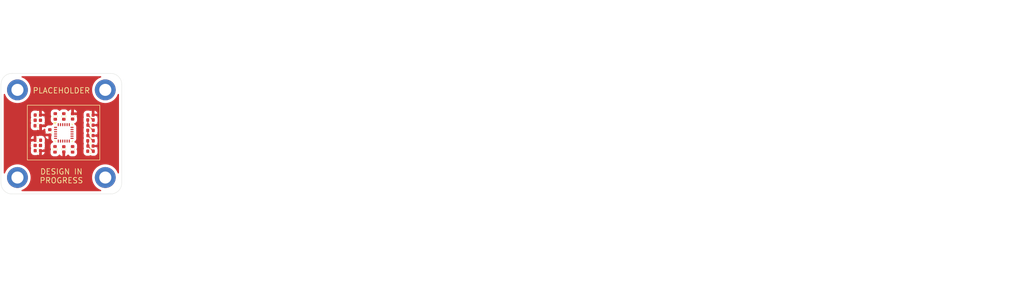
<source format=kicad_pcb>
(kicad_pcb (version 20241229) (generator "pcbnew") (generator_version "9.0")
  (layers (0 "F.Cu" signal) (4 "In1.Cu" signal) (6 "In2.Cu" signal) (2 "B.Cu" signal) (13 "F.Paste" user) (15 "B.Paste" user) (5 "F.SilkS" user "F.Silkscreen") (7 "B.SilkS" user "B.Silkscreen") (1 "F.Mask" user) (3 "B.Mask" user) (25 "Edge.Cuts" user))
  (net 0 "")
  (net 1 "LowPassFilter.STAGE3_OUT")
  (net 2 "gnd_GND")
  (net 3 "Imu.MPU9250.CS_PULLUP")
  (net 4 "PowerLed.L")
  (net 5 "Imu.LED.L")
  (net 6 "Imu.MPU9250.REGOUT")
  (net 7 "Imu.NC")
  (net 8 "Imu.NC_2")
  (net 9 "Imu.NC_3")
  (net 10 "LowPassFilter.STAGE1_OUT")
  (net 11 "SENSOR_OUT")
  (net 12 "i2c_SDA")
  (net 13 "MCU_IN")
  (net 14 "vcc_VCC")
  (net 15 "i2c_SCL")
  (net 16 "LowPassFilter.STAGE2_OUT")
  (net 17 "M0.P1")
  (net 18 "M1.P1")
  (net 19 "M2.P1")
  (net 20 "M3.P1")
  (footprint "MountingHole_2.2mm_M2_DIN965_Pad_TopBottom:MountingHole_2.2mm_M2_DIN965_Pad_TopBottom" (layer "F.Cu") (at 97.393 95.07)
    (property "Reference" "H4" (hide yes))
    (property "Value" "M2 DIN965 TopBottom" (hide yes))
    (pad "1" thru_hole circle (at 0 0) (size 2.6 2.6) (drill 2.2) (layers "*.Cu" "*.Mask") (net 20 "M3.P1"))
    (pad "1" connect circle (at 0 0) (size 3.8 3.8) (layers "F.Cu" "F.Mask") (net 20 "M3.P1"))
    (pad "1" connect circle (at 0 0) (size 3.8 3.8) (layers "B.Cu" "B.Mask") (net 20 "M3.P1"))
  )
  (footprint "C_0402_1005Metric:C_0402_1005Metric" (layer "F.Cu") (at 91.435499 99.920001 90)
    (property "Reference" "C3" (hide yes))
    (property "Value" "100nF" (hide yes))
    (fp_line (start -0.107836 -0.36) (end 0.107836 -0.36) (stroke (width 0.12)) (layer "F.SilkS"))
    (fp_line (start -0.107836 0.36) (end 0.107836 0.36) (stroke (width 0.12)) (layer "F.SilkS"))
    (pad "1" smd roundrect (at -0.48 0 90) (size 0.56 0.62) (layers "F.Cu" "F.Mask" "F.Paste") (net 14 "vcc_VCC"))
    (pad "2" smd roundrect (at 0.48 0 90) (size 0.56 0.62) (layers "F.Cu" "F.Mask" "F.Paste") (net 2 "gnd_GND"))
  )
  (footprint "C_0402_1005Metric:C_0402_1005Metric" (layer "F.Cu") (at 94.702999 103.420001)
    (property "Reference" "C6" (hide yes))
    (property "Value" "10nF" (hide yes))
    (fp_line (start -0.107836 -0.36) (end 0.107836 -0.36) (stroke (width 0.12)) (layer "F.SilkS"))
    (fp_line (start -0.107836 0.36) (end 0.107836 0.36) (stroke (width 0.12)) (layer "F.SilkS"))
    (pad "1" smd roundrect (at -0.48 0) (size 0.56 0.62) (layers "F.Cu" "F.Mask" "F.Paste") (net 16 "LowPassFilter.STAGE2_OUT"))
    (pad "2" smd roundrect (at 0.48 0) (size 0.56 0.62) (layers "F.Cu" "F.Mask" "F.Paste") (net 2 "gnd_GND"))
  )
  (footprint "LED_0402_1005Metric:LED_0402_1005Metric" (layer "F.Cu") (at 85.102999 100.620001)
    (property "Reference" "D1" (hide yes))
    (property "Value" "LED GREEN" (hide yes))
    (fp_circle (center -1.09 0) (end -1.04 0) (stroke (width 0.1)) (fill no) (layer "F.SilkS"))
    (pad "1" smd roundrect (at -0.485 0) (size 0.59 0.64) (layers "F.Cu" "F.Mask" "F.Paste") (net 5 "Imu.LED.L"))
    (pad "2" smd roundrect (at 0.485 0) (size 0.59 0.64) (layers "F.Cu" "F.Mask" "F.Paste") (net 14 "vcc_VCC"))
  )
  (footprint "C_0402_1005Metric:C_0402_1005Metric" (layer "F.Cu") (at 94.702999 101.520001)
    (property "Reference" "C7" (hide yes))
    (property "Value" "10nF" (hide yes))
    (fp_line (start -0.107836 -0.36) (end 0.107836 -0.36) (stroke (width 0.12)) (layer "F.SilkS"))
    (fp_line (start -0.107836 0.36) (end 0.107836 0.36) (stroke (width 0.12)) (layer "F.SilkS"))
    (pad "1" smd roundrect (at -0.48 0) (size 0.56 0.62) (layers "F.Cu" "F.Mask" "F.Paste") (net 1 "LowPassFilter.STAGE3_OUT"))
    (pad "2" smd roundrect (at 0.48 0) (size 0.56 0.62) (layers "F.Cu" "F.Mask" "F.Paste") (net 2 "gnd_GND"))
  )
  (footprint "C_0402_1005Metric:C_0402_1005Metric" (layer "F.Cu") (at 87.285499 102.820001 -90)
    (property "Reference" "C4" (hide yes))
    (property "Value" "10nF" (hide yes))
    (fp_line (start -0.107836 0.36) (end 0.107836 0.36) (stroke (width 0.12)) (layer "F.SilkS"))
    (fp_line (start -0.107836 -0.36) (end 0.107836 -0.36) (stroke (width 0.12)) (layer "F.SilkS"))
    (pad "1" smd roundrect (at -0.48 0 270) (size 0.56 0.62) (layers "F.Cu" "F.Mask" "F.Paste") (net 14 "vcc_VCC"))
    (pad "2" smd roundrect (at 0.48 0 270) (size 0.56 0.62) (layers "F.Cu" "F.Mask" "F.Paste") (net 2 "gnd_GND"))
  )
  (footprint "C_0402_1005Metric:C_0402_1005Metric" (layer "F.Cu") (at 89.835499 105.920001 -90)
    (property "Reference" "C2" (hide yes))
    (property "Value" "100nF" (hide yes))
    (fp_line (start -0.107836 0.36) (end 0.107836 0.36) (stroke (width 0.12)) (layer "F.SilkS"))
    (fp_line (start -0.107836 -0.36) (end 0.107836 -0.36) (stroke (width 0.12)) (layer "F.SilkS"))
    (pad "1" smd roundrect (at -0.48 0 270) (size 0.56 0.62) (layers "F.Cu" "F.Mask" "F.Paste") (net 6 "Imu.MPU9250.REGOUT"))
    (pad "2" smd roundrect (at 0.48 0 270) (size 0.56 0.62) (layers "F.Cu" "F.Mask" "F.Paste") (net 2 "gnd_GND"))
  )
  (footprint "R_0402_1005Metric:R_0402_1005Metric" (layer "F.Cu") (at 85.102999 101.620001)
    (property "Reference" "R1" (hide yes))
    (property "Value" "1k" (hide yes))
    (fp_line (start -0.153641 -0.38) (end 0.153641 -0.38) (stroke (width 0.12)) (layer "F.SilkS"))
    (fp_line (start -0.153641 0.38) (end 0.153641 0.38) (stroke (width 0.12)) (layer "F.SilkS"))
    (pad "1" smd roundrect (at -0.51 0) (size 0.54 0.64) (layers "F.Cu" "F.Mask" "F.Paste") (net 5 "Imu.LED.L"))
    (pad "2" smd roundrect (at 0.51 0) (size 0.54 0.64) (layers "F.Cu" "F.Mask" "F.Paste") (net 2 "gnd_GND"))
  )
  (footprint "MountingHole_2.2mm_M2_DIN965_Pad_TopBottom:MountingHole_2.2mm_M2_DIN965_Pad_TopBottom" (layer "F.Cu") (at 81.393 111.07)
    (property "Reference" "H1" (hide yes))
    (property "Value" "M2 DIN965 TopBottom" (hide yes))
    (pad "1" thru_hole circle (at 0 0) (size 2.6 2.6) (drill 2.2) (layers "*.Cu" "*.Mask") (net 17 "M0.P1"))
    (pad "1" connect circle (at 0 0) (size 3.8 3.8) (layers "F.Cu" "F.Mask") (net 17 "M0.P1"))
    (pad "1" connect circle (at 0 0) (size 3.8 3.8) (layers "B.Cu" "B.Mask") (net 17 "M0.P1"))
  )
  (footprint "R_0402_1005Metric:R_0402_1005Metric" (layer "F.Cu") (at 85.102999 104.270001 180)
    (property "Reference" "R10" (hide yes))
    (property "Value" "1k" (hide yes))
    (fp_line (start -0.153641 0.38) (end 0.153641 0.38) (stroke (width 0.12)) (layer "F.SilkS"))
    (fp_line (start -0.153641 -0.38) (end 0.153641 -0.38) (stroke (width 0.12)) (layer "F.SilkS"))
    (pad "1" smd roundrect (at -0.509999 0 180) (size 0.54 0.64) (layers "F.Cu" "F.Mask" "F.Paste") (net 4 "PowerLed.L"))
    (pad "2" smd roundrect (at 0.509999 0 180) (size 0.54 0.64) (layers "F.Cu" "F.Mask" "F.Paste") (net 2 "gnd_GND"))
  )
  (footprint "R_0402_1005Metric:R_0402_1005Metric" (layer "F.Cu") (at 94.702999 104.37)
    (property "Reference" "R7" (hide yes))
    (property "Value" "820" (hide yes))
    (fp_line (start -0.153641 -0.38) (end 0.153641 -0.38) (stroke (width 0.12)) (layer "F.SilkS"))
    (fp_line (start -0.153641 0.38) (end 0.153641 0.38) (stroke (width 0.12)) (layer "F.SilkS"))
    (pad "1" smd roundrect (at -0.509999 0) (size 0.54 0.64) (layers "F.Cu" "F.Mask" "F.Paste") (net 10 "LowPassFilter.STAGE1_OUT"))
    (pad "2" smd roundrect (at 0.509999 0) (size 0.54 0.64) (layers "F.Cu" "F.Mask" "F.Paste") (net 16 "LowPassFilter.STAGE2_OUT"))
  )
  (footprint "C_0402_1005Metric:C_0402_1005Metric" (layer "F.Cu") (at 85.102999 99.670001)
    (property "Reference" "C1" (hide yes))
    (property "Value" "100nF" (hide yes))
    (fp_line (start -0.107836 -0.36) (end 0.107836 -0.36) (stroke (width 0.12)) (layer "F.SilkS"))
    (fp_line (start -0.107836 0.36) (end 0.107836 0.36) (stroke (width 0.12)) (layer "F.SilkS"))
    (pad "1" smd roundrect (at -0.48 0) (size 0.56 0.62) (layers "F.Cu" "F.Mask" "F.Paste") (net 14 "vcc_VCC"))
    (pad "2" smd roundrect (at 0.48 0) (size 0.56 0.62) (layers "F.Cu" "F.Mask" "F.Paste") (net 2 "gnd_GND"))
  )
  (footprint "R_0402_1005Metric:R_0402_1005Metric" (layer "F.Cu") (at 94.702999 100.57)
    (property "Reference" "R9" (hide yes))
    (property "Value" "820" (hide yes))
    (fp_line (start -0.153641 -0.38) (end 0.153641 -0.38) (stroke (width 0.12)) (layer "F.SilkS"))
    (fp_line (start -0.153641 0.38) (end 0.153641 0.38) (stroke (width 0.12)) (layer "F.SilkS"))
    (pad "1" smd roundrect (at -0.509999 0) (size 0.54 0.64) (layers "F.Cu" "F.Mask" "F.Paste") (net 1 "LowPassFilter.STAGE3_OUT"))
    (pad "2" smd roundrect (at 0.509999 0) (size 0.54 0.64) (layers "F.Cu" "F.Mask" "F.Paste") (net 13 "MCU_IN"))
  )
  (footprint "MountingHole_2.2mm_M2_DIN965_Pad_TopBottom:MountingHole_2.2mm_M2_DIN965_Pad_TopBottom" (layer "F.Cu") (at 97.393 111.07)
    (property "Reference" "H3" (hide yes))
    (property "Value" "M2 DIN965 TopBottom" (hide yes))
    (pad "1" thru_hole circle (at 0 0) (size 2.6 2.6) (drill 2.2) (layers "*.Cu" "*.Mask") (net 19 "M2.P1"))
    (pad "1" connect circle (at 0 0) (size 3.8 3.8) (layers "F.Cu" "F.Mask") (net 19 "M2.P1"))
    (pad "1" connect circle (at 0 0) (size 3.8 3.8) (layers "B.Cu" "B.Mask") (net 19 "M2.P1"))
  )
  (footprint "LED_0402_1005Metric:LED_0402_1005Metric" (layer "F.Cu") (at 85.102999 105.220001)
    (property "Reference" "D2" (hide yes))
    (property "Value" "LED GREEN" (hide yes))
    (fp_circle (center -1.09 0) (end -1.04 0) (stroke (width 0.1)) (fill no) (layer "F.SilkS"))
    (pad "1" smd roundrect (at -0.485 0) (size 0.59 0.64) (layers "F.Cu" "F.Mask" "F.Paste") (net 4 "PowerLed.L"))
    (pad "2" smd roundrect (at 0.485 0) (size 0.59 0.64) (layers "F.Cu" "F.Mask" "F.Paste") (net 14 "vcc_VCC"))
  )
  (footprint "C_0402_1005Metric:C_0402_1005Metric" (layer "F.Cu") (at 94.702999 99.67)
    (property "Reference" "C8" (hide yes))
    (property "Value" "10nF" (hide yes))
    (fp_line (start -0.107836 -0.36) (end 0.107836 -0.36) (stroke (width 0.12)) (layer "F.SilkS"))
    (fp_line (start -0.107836 0.36) (end 0.107836 0.36) (stroke (width 0.12)) (layer "F.SilkS"))
    (pad "1" smd roundrect (at -0.48 0) (size 0.56 0.62) (layers "F.Cu" "F.Mask" "F.Paste") (net 13 "MCU_IN"))
    (pad "2" smd roundrect (at 0.48 0) (size 0.56 0.62) (layers "F.Cu" "F.Mask" "F.Paste") (net 2 "gnd_GND"))
  )
  (footprint "R_0402_1005Metric:R_0402_1005Metric" (layer "F.Cu") (at 91.435499 105.920001 -90)
    (property "Reference" "R5" (hide yes))
    (property "Value" "10k" (hide yes))
    (fp_line (start -0.153641 0.38) (end 0.153641 0.38) (stroke (width 0.12)) (layer "F.SilkS"))
    (fp_line (start -0.153641 -0.38) (end 0.153641 -0.38) (stroke (width 0.12)) (layer "F.SilkS"))
    (pad "1" smd roundrect (at -0.509999 0 270) (size 0.54 0.64) (layers "F.Cu" "F.Mask" "F.Paste") (net 11 "SENSOR_OUT"))
    (pad "2" smd roundrect (at 0.509999 0 270) (size 0.54 0.64) (layers "F.Cu" "F.Mask" "F.Paste") (net 14 "vcc_VCC"))
  )
  (footprint "R_0402_1005Metric:R_0402_1005Metric" (layer "F.Cu") (at 89.835499 99.920001 90)
    (property "Reference" "R3" (hide yes))
    (property "Value" "4.7k" (hide yes))
    (fp_line (start -0.153641 -0.38) (end 0.153641 -0.38) (stroke (width 0.12)) (layer "F.SilkS"))
    (fp_line (start -0.153641 0.38) (end 0.153641 0.38) (stroke (width 0.12)) (layer "F.SilkS"))
    (pad "1" smd roundrect (at -0.509999 0 90) (size 0.54 0.64) (layers "F.Cu" "F.Mask" "F.Paste") (net 7 "Imu.NC"))
    (pad "2" smd roundrect (at 0.509999 0 90) (size 0.54 0.64) (layers "F.Cu" "F.Mask" "F.Paste") (net 14 "vcc_VCC"))
  )
  (footprint "R_0402_1005Metric:R_0402_1005Metric" (layer "F.Cu") (at 88.235499 105.920001 -90)
    (property "Reference" "R2" (hide yes))
    (property "Value" "4.7k" (hide yes))
    (fp_line (start -0.153641 0.38) (end 0.153641 0.38) (stroke (width 0.12)) (layer "F.SilkS"))
    (fp_line (start -0.153641 -0.38) (end 0.153641 -0.38) (stroke (width 0.12)) (layer "F.SilkS"))
    (pad "1" smd roundrect (at -0.509999 0 270) (size 0.54 0.64) (layers "F.Cu" "F.Mask" "F.Paste") (net 8 "Imu.NC_2"))
    (pad "2" smd roundrect (at 0.509999 0 270) (size 0.54 0.64) (layers "F.Cu" "F.Mask" "F.Paste") (net 14 "vcc_VCC"))
  )
  (footprint "InvenSense_QFN-24_3x3mm_P0.4mm:InvenSense_QFN-24_3x3mm_P0.4mm" (layer "F.Cu") (at 89.835499 102.920001)
    (property "Reference" "U1" (hide yes))
    (property "Value" "?" (hide yes))
    (fp_line (start -1.6 1.6) (end -1.6 1.35) (stroke (width 0.12)) (layer "F.SilkS"))
    (fp_line (start -1.6 1.6) (end -1.35 1.6) (stroke (width 0.12)) (layer "F.SilkS"))
    (fp_line (start 1.6 -1.6) (end 1.35 -1.6) (stroke (width 0.12)) (layer "F.SilkS"))
    (fp_line (start 1.6 -1.6) (end 1.6 -1.35) (stroke (width 0.12)) (layer "F.SilkS"))
    (fp_line (start 1.6 1.6) (end 1.35 1.6) (stroke (width 0.12)) (layer "F.SilkS"))
    (fp_line (start 1.6 1.6) (end 1.6 1.35) (stroke (width 0.12)) (layer "F.SilkS"))
    (fp_poly (pts (xy -1.6 -1.6) (xy -1.84 -1.93) (xy -1.36 -1.93) (xy -1.6 -1.6)) (stroke (width 0.12)) (fill yes) (layer "F.SilkS"))
    (pad "1" smd roundrect (at -1.5 -1) (size 0.55 0.2) (layers "F.Cu" "F.Mask" "F.Paste") (net 14 "vcc_VCC"))
    (pad "2" smd roundrect (at -1.5 -0.6) (size 0.55 0.2) (layers "F.Cu" "F.Mask" "F.Paste"))
    (pad "3" smd roundrect (at -1.5 -0.2) (size 0.55 0.2) (layers "F.Cu" "F.Mask" "F.Paste"))
    (pad "4" smd roundrect (at -1.5 0.2) (size 0.55 0.2) (layers "F.Cu" "F.Mask" "F.Paste"))
    (pad "5" smd roundrect (at -1.5 0.6) (size 0.55 0.2) (layers "F.Cu" "F.Mask" "F.Paste"))
    (pad "6" smd roundrect (at -1.5 1) (size 0.55 0.2) (layers "F.Cu" "F.Mask" "F.Paste"))
    (pad "7" smd roundrect (at -1 1.5 90) (size 0.55 0.2) (layers "F.Cu" "F.Mask" "F.Paste") (net 8 "Imu.NC_2"))
    (pad "8" smd roundrect (at -0.6 1.5 90) (size 0.55 0.2) (layers "F.Cu" "F.Mask" "F.Paste") (net 14 "vcc_VCC"))
    (pad "9" smd roundrect (at -0.2 1.5 90) (size 0.55 0.2) (layers "F.Cu" "F.Mask" "F.Paste") (net 2 "gnd_GND"))
    (pad "10" smd roundrect (at 0.2 1.5 90) (size 0.55 0.2) (layers "F.Cu" "F.Mask" "F.Paste") (net 6 "Imu.MPU9250.REGOUT"))
    (pad "11" smd roundrect (at 0.6 1.5 90) (size 0.55 0.2) (layers "F.Cu" "F.Mask" "F.Paste") (net 9 "Imu.NC_3"))
    (pad "12" smd roundrect (at 1 1.5 90) (size 0.55 0.2) (layers "F.Cu" "F.Mask" "F.Paste") (net 11 "SENSOR_OUT"))
    (pad "13" smd roundrect (at 1.5 1) (size 0.55 0.2) (layers "F.Cu" "F.Mask" "F.Paste") (net 14 "vcc_VCC"))
    (pad "14" smd roundrect (at 1.5 0.6) (size 0.55 0.2) (layers "F.Cu" "F.Mask" "F.Paste"))
    (pad "15" smd roundrect (at 1.5 0.2) (size 0.55 0.2) (layers "F.Cu" "F.Mask" "F.Paste"))
    (pad "16" smd roundrect (at 1.5 -0.2) (size 0.55 0.2) (layers "F.Cu" "F.Mask" "F.Paste"))
    (pad "17" smd roundrect (at 1.5 -0.6) (size 0.55 0.2) (layers "F.Cu" "F.Mask" "F.Paste"))
    (pad "18" smd roundrect (at 1.5 -1) (size 0.55 0.2) (layers "F.Cu" "F.Mask" "F.Paste") (net 2 "gnd_GND"))
    (pad "19" smd roundrect (at 1 -1.5 90) (size 0.55 0.2) (layers "F.Cu" "F.Mask" "F.Paste"))
    (pad "20" smd roundrect (at 0.6 -1.5 90) (size 0.55 0.2) (layers "F.Cu" "F.Mask" "F.Paste") (net 2 "gnd_GND"))
    (pad "21" smd roundrect (at 0.2 -1.5 90) (size 0.55 0.2) (layers "F.Cu" "F.Mask" "F.Paste") (net 7 "Imu.NC"))
    (pad "22" smd roundrect (at -0.2 -1.5 90) (size 0.55 0.2) (layers "F.Cu" "F.Mask" "F.Paste") (net 3 "Imu.MPU9250.CS_PULLUP"))
    (pad "23" smd roundrect (at -0.6 -1.5 90) (size 0.55 0.2) (layers "F.Cu" "F.Mask" "F.Paste") (net 15 "i2c_SCL"))
    (pad "24" smd roundrect (at -1 -1.5 90) (size 0.55 0.2) (layers "F.Cu" "F.Mask" "F.Paste") (net 12 "i2c_SDA"))
    (zone (net 0) (net_name "") (layer "F.Cu") (connect_pads (clearance 0)) (min_thickness 0.254)
      (keepout (tracks not_allowed) (vias not_allowed) (pads not_allowed) (copperpour not_allowed) (footprints allowed))
      (fill (thermal_gap 0.508) (thermal_bridge_width 0.508))
      (polygon (pts (xy 88.960499 102.125001) (xy 90.710499 102.125001) (xy 90.710499 103.715001) (xy 88.960499 103.715001)))
    )
  )
  (footprint "C_0402_1005Metric:C_0402_1005Metric" (layer "F.Cu") (at 85.102999 106.170001)
    (property "Reference" "C9" (hide yes))
    (property "Value" "100nF" (hide yes))
    (fp_line (start -0.107836 -0.36) (end 0.107836 -0.36) (stroke (width 0.12)) (layer "F.SilkS"))
    (fp_line (start -0.107836 0.36) (end 0.107836 0.36) (stroke (width 0.12)) (layer "F.SilkS"))
    (pad "1" smd roundrect (at -0.48 0) (size 0.56 0.62) (layers "F.Cu" "F.Mask" "F.Paste") (net 14 "vcc_VCC"))
    (pad "2" smd roundrect (at 0.48 0) (size 0.56 0.62) (layers "F.Cu" "F.Mask" "F.Paste") (net 2 "gnd_GND"))
  )
  (footprint "R_0402_1005Metric:R_0402_1005Metric" (layer "F.Cu") (at 94.702999 102.47)
    (property "Reference" "R8" (hide yes))
    (property "Value" "820" (hide yes))
    (fp_line (start -0.153641 -0.38) (end 0.153641 -0.38) (stroke (width 0.12)) (layer "F.SilkS"))
    (fp_line (start -0.153641 0.38) (end 0.153641 0.38) (stroke (width 0.12)) (layer "F.SilkS"))
    (pad "1" smd roundrect (at -0.509999 0) (size 0.54 0.64) (layers "F.Cu" "F.Mask" "F.Paste") (net 16 "LowPassFilter.STAGE2_OUT"))
    (pad "2" smd roundrect (at 0.509999 0) (size 0.54 0.64) (layers "F.Cu" "F.Mask" "F.Paste") (net 1 "LowPassFilter.STAGE3_OUT"))
  )
  (footprint "MountingHole_2.2mm_M2_DIN965_Pad_TopBottom:MountingHole_2.2mm_M2_DIN965_Pad_TopBottom" (layer "F.Cu") (at 81.393 95.07)
    (property "Reference" "H2" (hide yes))
    (property "Value" "M2 DIN965 TopBottom" (hide yes))
    (pad "1" thru_hole circle (at 0 0) (size 2.6 2.6) (drill 2.2) (layers "*.Cu" "*.Mask") (net 18 "M1.P1"))
    (pad "1" connect circle (at 0 0) (size 3.8 3.8) (layers "F.Cu" "F.Mask") (net 18 "M1.P1"))
    (pad "1" connect circle (at 0 0) (size 3.8 3.8) (layers "B.Cu" "B.Mask") (net 18 "M1.P1"))
  )
  (footprint "R_0402_1005Metric:R_0402_1005Metric" (layer "F.Cu") (at 88.285499 99.920001 90)
    (property "Reference" "R4" (hide yes))
    (property "Value" "10k" (hide yes))
    (fp_line (start -0.153641 -0.38) (end 0.153641 -0.38) (stroke (width 0.12)) (layer "F.SilkS"))
    (fp_line (start -0.153641 0.38) (end 0.153641 0.38) (stroke (width 0.12)) (layer "F.SilkS"))
    (pad "1" smd roundrect (at -0.509999 0 90) (size 0.54 0.64) (layers "F.Cu" "F.Mask" "F.Paste") (net 3 "Imu.MPU9250.CS_PULLUP"))
    (pad "2" smd roundrect (at 0.509999 0 90) (size 0.54 0.64) (layers "F.Cu" "F.Mask" "F.Paste") (net 14 "vcc_VCC"))
  )
  (footprint "R_0402_1005Metric:R_0402_1005Metric" (layer "F.Cu") (at 94.702999 106.27)
    (property "Reference" "R6" (hide yes))
    (property "Value" "820" (hide yes))
    (fp_line (start -0.153641 -0.38) (end 0.153641 -0.38) (stroke (width 0.12)) (layer "F.SilkS"))
    (fp_line (start -0.153641 0.38) (end 0.153641 0.38) (stroke (width 0.12)) (layer "F.SilkS"))
    (pad "1" smd roundrect (at -0.509999 0) (size 0.54 0.64) (layers "F.Cu" "F.Mask" "F.Paste") (net 11 "SENSOR_OUT"))
    (pad "2" smd roundrect (at 0.509999 0) (size 0.54 0.64) (layers "F.Cu" "F.Mask" "F.Paste") (net 10 "LowPassFilter.STAGE1_OUT"))
  )
  (footprint "C_0402_1005Metric:C_0402_1005Metric" (layer "F.Cu") (at 94.702999 105.32)
    (property "Reference" "C5" (hide yes))
    (property "Value" "10nF" (hide yes))
    (fp_line (start -0.107836 -0.36) (end 0.107836 -0.36) (stroke (width 0.12)) (layer "F.SilkS"))
    (fp_line (start -0.107836 0.36) (end 0.107836 0.36) (stroke (width 0.12)) (layer "F.SilkS"))
    (pad "1" smd roundrect (at -0.48 0) (size 0.56 0.62) (layers "F.Cu" "F.Mask" "F.Paste") (net 10 "LowPassFilter.STAGE1_OUT"))
    (pad "2" smd roundrect (at 0.48 0) (size 0.56 0.62) (layers "F.Cu" "F.Mask" "F.Paste") (net 2 "gnd_GND"))
  )
  (gr_rect (start 83.193 97.87) (end 96.393 107.87) (stroke (width 0.1)) (fill no) (layer "F.SilkS"))
  (gr_arc (start 80.393 114.07) (mid 78.978786 113.484214) (end 78.393 112.07) (stroke (width 0.05)) (layer "Edge.Cuts"))
  (gr_arc (start 98.393 92.07) (mid 99.807214 92.655786) (end 100.393 94.07) (stroke (width 0.05)) (layer "Edge.Cuts"))
  (gr_line (start 80.393 92.07) (end 98.393 92.07) (stroke (width 0.05)) (layer "Edge.Cuts"))
  (gr_arc (start 100.393 112.07) (mid 99.807214 113.484214) (end 98.393 114.07) (stroke (width 0.05)) (layer "Edge.Cuts"))
  (gr_line (start 98.393 114.07) (end 80.393 114.07) (stroke (width 0.05)) (layer "Edge.Cuts"))
  (gr_line (start 100.393 94.07) (end 100.393 112.07) (stroke (width 0.05)) (layer "Edge.Cuts"))
  (gr_arc (start 78.393 94.07) (mid 78.978786 92.655786) (end 80.393 92.07) (stroke (width 0.05)) (layer "Edge.Cuts"))
  (gr_line (start 78.393 112.07) (end 78.393 94.07) (stroke (width 0.05)) (layer "Edge.Cuts"))
  (gr_text "PLACEHOLDER" (at 89.4 95.2 0) (layer "F.SilkS") (effects (font (size 1 1))))
  (gr_text "DESIGN IN\nPROGRESS" (at 89.4 110.8 0) (layer "F.SilkS") (effects (font (size 1 1))))
  (segment (start 95.212998 102.47) (end 95.172999 102.47) (width 0.2) (layer "F.Cu") (net 1))
  (segment (start 95.172999 102.47) (end 94.222999 101.52) (width 0.2) (layer "F.Cu") (net 1))
  (segment (start 94.222999 101.52) (end 94.222999 100.599999) (width 0.2) (layer "F.Cu") (net 1))
  (segment (start 94.222999 100.599999) (end 94.193 100.57) (width 0.2) (layer "F.Cu") (net 1))
  (segment (start 94.222999 105.32) (end 94.222999 104.399999) (width 0.2) (layer "F.Cu") (net 10))
  (segment (start 95.172999 106.27) (end 94.222999 105.32) (width 0.2) (layer "F.Cu") (net 10))
  (segment (start 94.222999 104.399999) (end 94.193 104.37) (width 0.2) (layer "F.Cu") (net 10))
  (segment (start 95.212998 106.27) (end 95.172999 106.27) (width 0.2) (layer "F.Cu") (net 10))
  (segment (start 94.296449 99.721) (end 94.222999 99.721) (width 0.2) (layer "F.Cu") (net 13))
  (segment (start 95.145449 100.570001) (end 94.296449 99.721) (width 0.2) (layer "F.Cu") (net 13))
  (segment (start 95.212998 100.57) (end 95.145449 100.570001) (width 0.2) (layer "F.Cu") (net 13))
  (segment (start 95.172999 104.37) (end 94.222999 103.42) (width 0.2) (layer "F.Cu") (net 16))
  (segment (start 94.222999 102.499999) (end 94.193 102.47) (width 0.2) (layer "F.Cu") (net 16))
  (segment (start 94.222999 103.42) (end 94.222999 102.499999) (width 0.2) (layer "F.Cu") (net 16))
  (segment (start 95.212998 104.37) (end 95.172999 104.37) (width 0.2) (layer "F.Cu") (net 16))
  (zone (net 2) (net_name "gnd_GND") (layers "F.Cu" "B.Cu" "In1.Cu" "In2.Cu") (connect_pads (clearance 0.5)) (min_thickness 0.25) (fill yes (thermal_gap 0.5) (thermal_bridge_width 0.5))
    (polygon (pts (xy 78.212998 91.878) (xy 100.545998 91.878) (xy 100.545998 114.211) (xy 78.212998 114.211)))
  )
)
</source>
